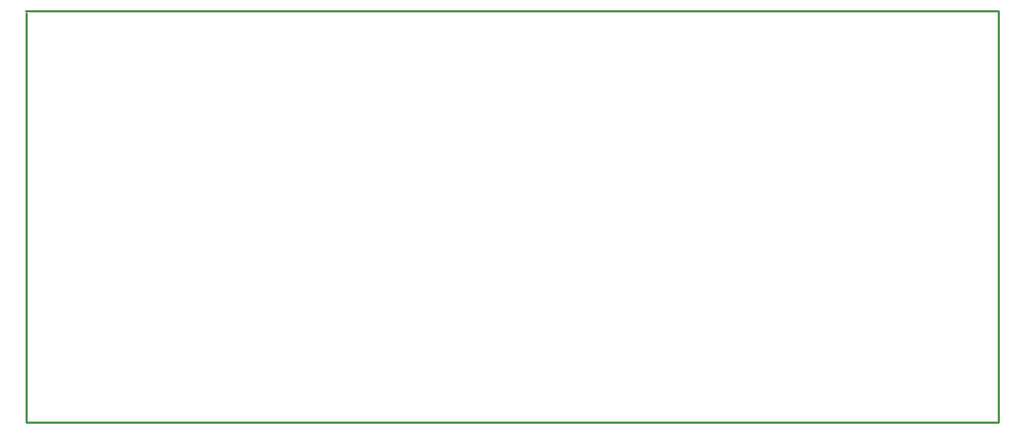
<source format=gm1>
G04*
G04 #@! TF.GenerationSoftware,Altium Limited,CircuitMaker,2.3.0 (2.3.0.3)*
G04*
G04 Layer_Color=16740166*
%FSLAX44Y44*%
%MOMM*%
G71*
G04*
G04 #@! TF.SameCoordinates,3867E452-9A94-4D0D-B9CB-7D4815C22769*
G04*
G04*
G04 #@! TF.FilePolarity,Positive*
G04*
G01*
G75*
%ADD23C,0.2540*%
D23*
X-1270Y480060D02*
X1127760D01*
Y2540D02*
Y480060D01*
X0Y2540D02*
X1127760D01*
X0D02*
Y477520D01*
M02*

</source>
